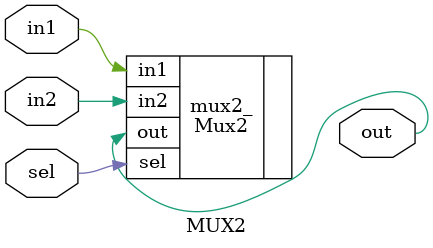
<source format=sv>
/* 2:1 Multiplexer
 *
 */
module MUX2 #(
    parameter WIDTH = 1
)(
    input  wire [WIDTH-1:0]  in1,
    input  wire [WIDTH-1:0]  in2,
    input  wire              sel,
    output wire [WIDTH-1:0]  out
);

    Mux2#(WIDTH) mux2_(.in1(in1), .in2(in2), .sel(sel), .out(out));

endmodule

</source>
